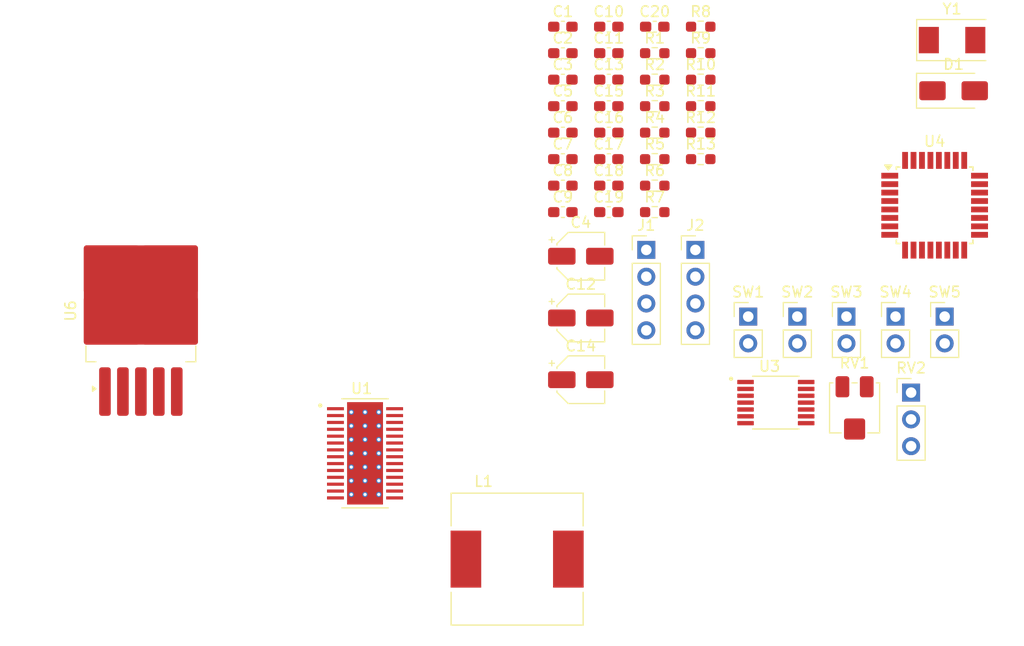
<source format=kicad_pcb>
(kicad_pcb (version 20240108) (generator "pcbnew") (generator_version "8.0")
  (layers (0 "F.Cu" signal) (31 "B.Cu" signal) (34 "B.Paste" user) (35 "F.Paste" user) (36 "B.SilkS" user "B.Silkscreen") (37 "F.SilkS" user "F.Silkscreen") (38 "B.Mask" user) (39 "F.Mask" user) (44 "Edge.Cuts" user))
  (net 0 "")
  (net 1 "Net-(U1-VCP)")
  (net 2 "/24V")
  (net 3 "GND")
  (net 4 "/3.3V")
  (net 5 "Net-(U1-CP1)")
  (net 6 "Net-(U1-CP2)")
  (net 7 "Net-(U4-XTAL1{slash}PB6)")
  (net 8 "Net-(U4-XTAL2{slash}PB7)")
  (net 9 "/5V")
  (net 10 "/1A")
  (net 11 "/2A")
  (net 12 "/4A")
  (net 13 "/5A")
  (net 14 "/3A")
  (net 15 "Net-(U4-AREF)")
  (net 16 "Net-(D1-K)")
  (net 17 "/SDA")
  (net 18 "/SCL")
  (net 19 "/A2")
  (net 20 "/B1")
  (net 21 "/A1")
  (net 22 "/B2")
  (net 23 "Net-(U1-ISENA)")
  (net 24 "Net-(U1-ISENB)")
  (net 25 "Net-(U4-~{RESET}{slash}PC6)")
  (net 26 "Net-(R4-Pad1)")
  (net 27 "Net-(R5-Pad1)")
  (net 28 "Net-(R8-Pad1)")
  (net 29 "Net-(R10-Pad1)")
  (net 30 "Net-(R12-Pad1)")
  (net 31 "Net-(U1-AVREF)")
  (net 33 "/POT")
  (net 34 "/STEP")
  (net 36 "/NSLEEP")
  (net 38 "/M2")
  (net 39 "/DIR")
  (net 40 "/M3")
  (net 41 "/NRESET")
  (net 42 "/M1")
  (net 46 "/PULSADOR1")
  (net 48 "/PULSADOR5")
  (net 50 "/PULSADOR3")
  (net 51 "/PULSADOR4")
  (net 52 "/PULSADOR2")
  (footprint "Capacitor_SMD:C_0603_1608Metric_Pad1.08x0.95mm_HandSolder" (layer "F.Cu") (at 88.98 95.3)
    (property "Reference" "C17" (at 0 -1.43 0) (layer "F.SilkS"))
    (property "Value" "C")
    (fp_line (start -0.146267 -0.51) (end 0.146267 -0.51) (stroke (width 0.12)) (layer "F.SilkS"))
    (fp_line (start -0.146267 0.51) (end 0.146267 0.51) (stroke (width 0.12)) (layer "F.SilkS"))
    (pad "1" smd roundrect (at -0.8625 0) (size 1.075 0.95) (layers "F.Cu" "F.Paste" "F.Mask") (net 3 "GND"))
    (pad "2" smd roundrect (at 0.8625 0) (size 1.075 0.95) (layers "F.Cu" "F.Paste" "F.Mask") (net 12 "/4A"))
  )
  (footprint "Resistor_SMD:R_0603_1608Metric_Pad0.98x0.95mm_HandSolder" (layer "F.Cu") (at 97.68 92.79)
    (property "Reference" "R12" (at 0 -1.43 0) (layer "F.SilkS"))
    (property "Value" "R")
    (fp_line (start -0.254724 -0.5225) (end 0.254724 -0.5225) (stroke (width 0.12)) (layer "F.SilkS"))
    (fp_line (start -0.254724 0.5225) (end 0.254724 0.5225) (stroke (width 0.12)) (layer "F.SilkS"))
    (pad "1" smd roundrect (at -0.9125 0) (size 0.975 0.95) (layers "F.Cu" "F.Paste" "F.Mask") (net 30 "Net-(R12-Pad1)"))
    (pad "2" smd roundrect (at 0.9125 0) (size 0.975 0.95) (layers "F.Cu" "F.Paste" "F.Mask") (net 3 "GND"))
  )
  (footprint "INDUCTOR_47uH:IND_SRR1240-470M" (layer "F.Cu") (at 80.3 133.2)
    (property "Reference" "L1" (at -3.175 -7.366 0) (layer "F.SilkS"))
    (property "Value" "47μH")
    (fp_line (start -6.25 -6.25) (end 6.25 -6.25) (stroke (width 0.127)) (layer "F.SilkS"))
    (fp_line (start -6.25 -3.15) (end -6.25 -6.25) (stroke (width 0.127)) (layer "F.SilkS"))
    (fp_line (start -6.25 6.25) (end -6.25 3.15) (stroke (width 0.127)) (layer "F.SilkS"))
    (fp_line (start 6.25 -6.25) (end 6.25 -3.15) (stroke (width 0.127)) (layer "F.SilkS"))
    (fp_line (start 6.25 3.15) (end 6.25 6.25) (stroke (width 0.127)) (layer "F.SilkS"))
    (fp_line (start 6.25 6.25) (end -6.25 6.25) (stroke (width 0.127)) (layer "F.SilkS"))
    (pad "1" smd rect (at -4.85 0) (size 2.9 5.4) (layers "F.Cu" "F.Paste" "F.Mask") (net 16 "Net-(D1-K)"))
    (pad "2" smd rect (at 4.85 0) (size 2.9 5.4) (layers "F.Cu" "F.Paste" "F.Mask") (net 9 "/5V"))
  )
  (footprint "Connector_PinHeader_2.54mm:PinHeader_1x02_P2.54mm_Vertical" (layer "F.Cu") (at 120.78 110.22)
    (property "Reference" "SW5" (at 0 -2.33 0) (layer "F.SilkS"))
    (property "Value" "SW_Push")
    (fp_line (start -1.33 -1.33) (end 0 -1.33) (stroke (width 0.12)) (layer "F.SilkS"))
    (fp_line (start -1.33 0) (end -1.33 -1.33) (stroke (width 0.12)) (layer "F.SilkS"))
    (fp_line (start -1.33 1.27) (end -1.33 3.87) (stroke (width 0.12)) (layer "F.SilkS"))
    (fp_line (start -1.33 1.27) (end 1.33 1.27) (stroke (width 0.12)) (layer "F.SilkS"))
    (fp_line (start -1.33 3.87) (end 1.33 3.87) (stroke (width 0.12)) (layer "F.SilkS"))
    (fp_line (start 1.33 1.27) (end 1.33 3.87) (stroke (width 0.12)) (layer "F.SilkS"))
    (pad "1" thru_hole rect (at 0 0) (size 1.7 1.7) (drill 1) (layers "*.Cu" "*.Mask") (net 30 "Net-(R12-Pad1)"))
    (pad "2" thru_hole oval (at 0 2.54) (size 1.7 1.7) (drill 1) (layers "*.Cu" "*.Mask") (net 9 "/5V"))
  )
  (footprint "Capacitor_SMD:C_0603_1608Metric_Pad1.08x0.95mm_HandSolder" (layer "F.Cu") (at 84.63 97.81)
    (property "Reference" "C8" (at 0 -1.43 0) (layer "F.SilkS"))
    (property "Value" "0.1uF")
    (fp_line (start -0.146267 -0.51) (end 0.146267 -0.51) (stroke (width 0.12)) (layer "F.SilkS"))
    (fp_line (start -0.146267 0.51) (end 0.146267 0.51) (stroke (width 0.12)) (layer "F.SilkS"))
    (pad "1" smd roundrect (at -0.8625 0) (size 1.075 0.95) (layers "F.Cu" "F.Paste" "F.Mask") (net 9 "/5V"))
    (pad "2" smd roundrect (at 0.8625 0) (size 1.075 0.95) (layers "F.Cu" "F.Paste" "F.Mask") (net 3 "GND"))
  )
  (footprint "Resistor_SMD:R_0603_1608Metric_Pad0.98x0.95mm_HandSolder" (layer "F.Cu") (at 97.68 87.77)
    (property "Reference" "R10" (at 0 -1.43 0) (layer "F.SilkS"))
    (property "Value" "R")
    (fp_line (start -0.254724 -0.5225) (end 0.254724 -0.5225) (stroke (width 0.12)) (layer "F.SilkS"))
    (fp_line (start -0.254724 0.5225) (end 0.254724 0.5225) (stroke (width 0.12)) (layer "F.SilkS"))
    (pad "1" smd roundrect (at -0.9125 0) (size 0.975 0.95) (layers "F.Cu" "F.Paste" "F.Mask") (net 29 "Net-(R10-Pad1)"))
    (pad "2" smd roundrect (at 0.9125 0) (size 0.975 0.95) (layers "F.Cu" "F.Paste" "F.Mask") (net 3 "GND"))
  )
  (footprint "Connector_PinHeader_2.54mm:PinHeader_1x02_P2.54mm_Vertical" (layer "F.Cu") (at 116.13 110.22)
    (property "Reference" "SW4" (at 0 -2.33 0) (layer "F.SilkS"))
    (property "Value" "SW_Push")
    (fp_line (start -1.33 -1.33) (end 0 -1.33) (stroke (width 0.12)) (layer "F.SilkS"))
    (fp_line (start -1.33 0) (end -1.33 -1.33) (stroke (width 0.12)) (layer "F.SilkS"))
    (fp_line (start -1.33 1.27) (end -1.33 3.87) (stroke (width 0.12)) (layer "F.SilkS"))
    (fp_line (start -1.33 1.27) (end 1.33 1.27) (stroke (width 0.12)) (layer "F.SilkS"))
    (fp_line (start -1.33 3.87) (end 1.33 3.87) (stroke (width 0.12)) (layer "F.SilkS"))
    (fp_line (start 1.33 1.27) (end 1.33 3.87) (stroke (width 0.12)) (layer "F.SilkS"))
    (pad "1" thru_hole rect (at 0 0) (size 1.7 1.7) (drill 1) (layers "*.Cu" "*.Mask") (net 29 "Net-(R10-Pad1)"))
    (pad "2" thru_hole oval (at 0 2.54) (size 1.7 1.7) (drill 1) (layers "*.Cu" "*.Mask") (net 9 "/5V"))
  )
  (footprint "Capacitor_SMD:C_0603_1608Metric_Pad1.08x0.95mm_HandSolder" (layer "F.Cu") (at 88.98 97.81)
    (property "Reference" "C18" (at 0 -1.43 0) (layer "F.SilkS"))
    (property "Value" "C")
    (fp_line (start -0.146267 -0.51) (end 0.146267 -0.51) (stroke (width 0.12)) (layer "F.SilkS"))
    (fp_line (start -0.146267 0.51) (end 0.146267 0.51) (stroke (width 0.12)) (layer "F.SilkS"))
    (pad "1" smd roundrect (at -0.8625 0) (size 1.075 0.95) (layers "F.Cu" "F.Paste" "F.Mask") (net 3 "GND"))
    (pad "2" smd roundrect (at 0.8625 0) (size 1.075 0.95) (layers "F.Cu" "F.Paste" "F.Mask") (net 13 "/5A"))
  )
  (footprint "Capacitor_SMD:C_0603_1608Metric_Pad1.08x0.95mm_HandSolder" (layer "F.Cu") (at 88.98 82.75)
    (property "Reference" "C10" (at 0 -1.43 0) (layer "F.SilkS"))
    (property "Value" "0.1uF")
    (fp_line (start -0.146267 -0.51) (end 0.146267 -0.51) (stroke (width 0.12)) (layer "F.SilkS"))
    (fp_line (start -0.146267 0.51) (end 0.146267 0.51) (stroke (width 0.12)) (layer "F.SilkS"))
    (pad "1" smd roundrect (at -0.8625 0) (size 1.075 0.95) (layers "F.Cu" "F.Paste" "F.Mask") (net 2 "/24V"))
    (pad "2" smd roundrect (at 0.8625 0) (size 1.075 0.95) (layers "F.Cu" "F.Paste" "F.Mask") (net 3 "GND"))
  )
  (footprint "Capacitor_SMD:C_0603_1608Metric_Pad1.08x0.95mm_HandSolder" (layer "F.Cu") (at 84.63 100.32)
    (property "Reference" "C9" (at 0 -1.43 0) (layer "F.SilkS"))
    (property "Value" "C")
    (fp_line (start -0.146267 -0.51) (end 0.146267 -0.51) (stroke (width 0.12)) (layer "F.SilkS"))
    (fp_line (start -0.146267 0.51) (end 0.146267 0.51) (stroke (width 0.12)) (layer "F.SilkS"))
    (pad "1" smd roundrect (at -0.8625 0) (size 1.075 0.95) (layers "F.Cu" "F.Paste" "F.Mask") (net 3 "GND"))
    (pad "2" smd roundrect (at 0.8625 0) (size 1.075 0.95) (layers "F.Cu" "F.Paste" "F.Mask") (net 10 "/1A"))
  )
  (footprint "Resistor_SMD:R_0603_1608Metric_Pad0.98x0.95mm_HandSolder" (layer "F.Cu") (at 97.68 90.28)
    (property "Reference" "R11" (at 0 -1.43 0) (layer "F.SilkS"))
    (property "Value" "R")
    (fp_line (start -0.254724 -0.5225) (end 0.254724 -0.5225) (stroke (width 0.12)) (layer "F.SilkS"))
    (fp_line (start -0.254724 0.5225) (end 0.254724 0.5225) (stroke (width 0.12)) (layer "F.SilkS"))
    (pad "1" smd roundrect (at -0.9125 0) (size 0.975 0.95) (layers "F.Cu" "F.Paste" "F.Mask") (net 29 "Net-(R10-Pad1)"))
    (pad "2" smd roundrect (at 0.9125 0) (size 0.975 0.95) (layers "F.Cu" "F.Paste" "F.Mask") (net 13 "/5A"))
  )
  (footprint "Connector_PinHeader_2.54mm:PinHeader_1x03_P2.54mm_Vertical" (layer "F.Cu") (at 117.6 117.42)
    (property "Reference" "RV2" (at 0 -2.33 0) (layer "F.SilkS"))
    (property "Value" "R_Potentiometer")
    (fp_line (start -1.33 -1.33) (end 0 -1.33) (stroke (width 0.12)) (layer "F.SilkS"))
    (fp_line (start -1.33 0) (end -1.33 -1.33) (stroke (width 0.12)) (layer "F.SilkS"))
    (fp_line (start -1.33 1.27) (end -1.33 6.41) (stroke (width 0.12)) (layer "F.SilkS"))
    (fp_line (start -1.33 1.27) (end 1.33 1.27) (stroke (width 0.12)) (layer "F.SilkS"))
    (fp_line (start -1.33 6.41) (end 1.33 6.41) (stroke (width 0.12)) (layer "F.SilkS"))
    (fp_line (start 1.33 1.27) (end 1.33 6.41) (stroke (width 0.12)) (layer "F.SilkS"))
    (pad "1" thru_hole rect (at 0 0) (size 1.7 1.7) (drill 1) (layers "*.Cu" "*.Mask") (net 3 "GND"))
    (pad "2" thru_hole oval (at 0 2.54) (size 1.7 1.7) (drill 1) (layers "*.Cu" "*.Mask") (net 33 "/POT"))
    (pad "3" thru_hole oval (at 0 5.08) (size 1.7 1.7) (drill 1) (layers "*.Cu" "*.Mask"))
  )
  (footprint "Crystal:Crystal_SMD_0603-2Pin_6.0x3.5mm" (layer "F.Cu") (at 121.48 84.02)
    (property "Reference" "Y1" (at 0 -2.95 0) (layer "F.SilkS"))
    (property "Value" "16  Mhz")
    (fp_line (start -3.35 -1.95) (end -3.35 1.95) (stroke (width 0.12)) (layer "F.SilkS"))
    (fp_line (start -3.35 1.95) (end 3.2 1.95) (stroke (width 0.12)) (layer "F.SilkS"))
    (fp_line (start 3.2 -1.95) (end -3.35 -1.95) (stroke (width 0.12)) (layer "F.SilkS"))
    (pad "1" smd rect (at -2.2 0) (size 1.9 2.5) (layers "F.Cu" "F.Paste" "F.Mask") (net 8 "Net-(U4-XTAL2{slash}PB7)"))
    (pad "2" smd rect (at 2.2 0) (size 1.9 2.5) (layers "F.Cu" "F.Paste" "F.Mask") (net 7 "Net-(U4-XTAL1{slash}PB6)"))
  )
  (footprint "Resistor_SMD:R_0603_1608Metric_Pad0.98x0.95mm_HandSolder" (layer "F.Cu") (at 93.33 100.32)
    (property "Reference" "R7" (at 0 -1.43 0) (layer "F.SilkS"))
    (property "Value" "R")
    (fp_line (start -0.254724 -0.5225) (end 0.254724 -0.5225) (stroke (width 0.12)) (layer "F.SilkS"))
    (fp_line (start -0.254724 0.5225) (end 0.254724 0.5225) (stroke (width 0.12)) (layer "F.SilkS"))
    (pad "1" smd roundrect (at -0.9125 0) (size 0.975 0.95) (layers "F.Cu" "F.Paste" "F.Mask") (net 26 "Net-(R4-Pad1)"))
    (pad "2" smd roundrect (at 0.9125 0) (size 0.975 0.95) (layers "F.Cu" "F.Paste" "F.Mask") (net 10 "/1A"))
  )
  (footprint "Connector_PinHeader_2.54mm:PinHeader_1x04_P2.54mm_Vertical" (layer "F.Cu") (at 92.53 103.9)
    (property "Reference" "J1" (at 0 -2.33 0) (layer "F.SilkS"))
    (property "Value" "Screw_Terminal_01x04")
    (fp_line (start -1.33 -1.33) (end 0 -1.33) (stroke (width 0.12)) (layer "F.SilkS"))
    (fp_line (start -1.33 0) (end -1.33 -1.33) (stroke (width 0.12)) (layer "F.SilkS"))
    (fp_line (start -1.33 1.27) (end -1.33 8.95) (stroke (width 0.12)) (layer "F.SilkS"))
    (fp_line (start -1.33 1.27) (end 1.33 1.27) (stroke (width 0.12)) (layer "F.SilkS"))
    (fp_line (start -1.33 8.95) (end 1.33 8.95) (stroke (width 0.12)) (layer "F.SilkS"))
    (fp_line (start 1.33 1.27) (end 1.33 8.95) (stroke (width 0.12)) (layer "F.SilkS"))
    (pad "1" thru_hole rect (at 0 0) (size 1.7 1.7) (drill 1) (layers "*.Cu" "*.Mask") (net 9 "/5V"))
    (pad "2" thru_hole oval (at 0 2.54) (size 1.7 1.7) (drill 1) (layers "*.Cu" "*.Mask") (net 18 "/SCL"))
    (pad "3" thru_hole oval (at 0 5.08) (size 1.7 1.7) (drill 1) (layers "*.Cu" "*.Mask") (net 17 "/SDA"))
    (pad "4" thru_hole oval (at 0 7.62) (size 1.7 1.7) (drill 1) (layers "*.Cu" "*.Mask") (net 3 "GND"))
  )
  (footprint "DRV8825:IC_TPS61196PWPRQ1" (layer "F.Cu") (at 65.9 123.175)
    (property "Reference" "U1" (at -0.325 -6.135 0) (layer "F.SilkS"))
    (property "Value" "DRV8825PWP")
    (fp_line (start -2.2 -5.17) (end 2.2 -5.17) (stroke (width 0.127)) (layer "F.SilkS"))
    (fp_line (start -2.2 5.17) (end 2.2 5.17) (stroke (width 0.127)) (layer "F.SilkS"))
    (fp_circle (center -4.24 -4.535) (end -4.14 -4.535) (stroke (width 0.2)) (fill none) (layer "F.SilkS"))
    (pad "1" smd rect (at -2.8 -4.225) (size 1.6 0.3) (layers "F.Cu") (net 5 "Net-(U1-CP1)"))
    (pad "2" smd rect (at -2.8 -3.575) (size 1.6 0.3) (layers "F.Cu") (net 6 "Net-(U1-CP2)"))
    (pad "3" smd rect (at -2.8 -2.925) (size 1.6 0.3) (layers "F.Cu") (net 1 "Net-(U1-VCP)"))
    (pad "4" smd rect (at -2.8 -2.275) (size 1.6 0.3) (layers "F.Cu") (net 2 "/24V"))
    (pad "5" smd rect (at -2.8 -1.625) (size 1.6 0.3) (layers "F.Cu") (net 21 "/A1"))
    (pad "6" smd rect (at -2.8 -0.975) (size 1.6 0.3) (layers "F.Cu") (net 23 "Net-(U1-ISENA)"))
    (pad "7" smd rect (at -2.8 -0.325) (size 1.6 0.3) (layers "F.Cu") (net 19 "/A2"))
    (pad "8" smd rect (at -2.8 0.325) (size 1.6 0.3) (layers "F.Cu") (net 22 "/B2"))
    (pad "9" smd rect (at -2.8 0.975) (size 1.6 0.3) (layers "F.Cu") (net 24 "Net-(U1-ISENB)"))
    (pad "10" smd rect (at -2.8 1.625) (size 1.6 0.3) (layers "F.Cu") (net 20 "/B1"))
    (pad "11" smd rect (at -2.8 2.275) (size 1.6 0.3) (layers "F.Cu") (net 2 "/24V"))
    (pad "12" smd rect (at -2.8 2.925) (size 1.6 0.3) (layers "F.Cu") (net 31 "Net-(U1-AVREF)"))
    (pad "13" smd rect (at -2.8 3.575) (size 1.6 0.3) (layers "F.Cu") (net 31 "Net-(U1-AVREF)"))
    (pad "14" smd rect (at -2.8 4.225) (size 1.6 0.3) (layers "F.Cu") (net 3 "GND"))
    (pad "15" smd rect (at 2.8 4.225) (size 1.6 0.3) (layers "F.Cu") (net 4 "/3.3V"))
    (pad "16" smd rect (at 2.8 3.575) (size 1.6 0.3) (layers "F.Cu") (net 41 "/NRESET"))
    (pad "17" smd rect (at 2.8 2.925) (size 1.6 0.3) (layers "F.Cu") (net 36 "/NSLEEP"))
    (pad "18" smd rect (at 2.8 2.275) (size 1.6 0.3) (layers "F.Cu"))
    (pad "19" smd rect (at 2.8 1.625) (size 1.6 0.3) (layers "F.Cu"))
    (pad "20" smd rect (at 2.8 0.975) (size 1.6 0.3) (layers "F.Cu") (net 39 "/DIR"))
    (pad "21" smd rect (at 2.8 0.325) (size 1.6 0.3) (layers "F.Cu"))
    (pad "22" smd rect (at 2.8 -0.325) (size 1.6 0.3) (layers "F.Cu") (net 34 "/STEP"))
    (pad "23" smd rect (at 2.8 -0.975) (size 1.6 0.3) (layers "F.Cu"))
    (pad "24" smd rect (at 2.8 -1.625) (size 1.6 0.3) (layers "F.Cu") (net 42 "/M1"))
    (pad "25" smd rect (at 2.8 -2.275) (size 1.6 0.3) (layers "F.Cu") (net 38 "/M2"))
    (pad "26" smd rect (at 2.8 -2.925) (size 1.6 0.3) (layers "F.Cu") (net 40 "/M3"))
    (pad "27" smd rect (at 2.8 -3.575) (size 1.6 0.3) (layers "F.Cu"))
    (pad "28" smd rect (at 2.8 -4.225) (size 1.6 0.3) (layers "F.Cu") (net 3 "GND"))
    (pad "29" smd rect (at 0 0) (size 3.4 9.7) (layers "F.Cu") (net 3 "GND"))
    (pad "30" thru_hole circle (at 0 0) (size 0.5 0.5) (drill 0.3) (layers "*.Cu") (net 3 "GND"))
    (pad "31" thru_hole circle (at 0 -1.3) (size 0.5 0.5) (drill 0.3) (layers "*.Cu") (net 3 "GND"))
    (pad "32" thru_hole circle (at 0 -2.6) (size 0.5 0.5) (drill 0.3) (layers "*.Cu") (net 3 "GND"))
    (pad "33" thru_hole circle (at 0 -3.9) (size 0.5 0.5) (drill 0.3) (layers "*.Cu") (net 3 "GND"))
    (pad "34" thru_hole circle (at 0 1.3) (size 0.5 0.5) (drill 0.3) (layers "*.Cu") (net 3 "GND"))
    (pad "35" thru_hole circle (at 0 2.6) (size 0.5 0.5) (drill 0.3) (layers "*.Cu") (net 3 "GND"))
    (pad "36" thru_hole circle (at 0 3.9) (size 0.5 0.5) (drill 0.3) (layers "*.Cu") (net 3 "GND"))
    (pad "37" thru_hole circle (at -1.3 -3.9) (size 0.5 0.5) (drill 0.3) (layers "*.Cu") (net 3 "GND"))
    (pad "38" thru_hole circle (at 1.3 -3.9) (size 0.5 0.5) (drill 0.3) (layers "*.Cu") (net 3 "GND"))
    (pad "39" thru_hole circle (at -1.3 -2.6) (size 0.5 0.5) (drill 0.3) (layers "*.Cu") (net 3 "GND"))
    (pad "40" thru_hole circle (at 1.3 -2.6) (size 0.5 0.5) (drill 0.3) (layers "*.Cu") (net 3 "GND"))
    (pad "41" thru_hole circle (at 1.3 -1.3) (size 0.5 0.5) (drill 0.3) (layers "*.Cu") (net 3 "GND"))
    (pad "42" thru_hole circle (at -1.3 -1.3) (size 0.5 0.5) (drill 0.3) (layers "*.Cu") (net 3 "GND"))
    (pad "43" thru_hole circle (at -1.3 0) (size 0.5 0.5) (drill 0.3) (layers "*.Cu") (net 3 "GND"))
    (pad "44" thru_hole circle (at 1.3 0) (size 0.5 0.5) (drill 0.3) (layers "*.Cu") (net 3 "GND"))
    (pad "45" thru_hole circle (at -1.3 1.3) (size 0.5 0.5) (drill 0.3) (layers "*.Cu") (net 3 "GND"))
    (pad "46" thru_hole circle (at 1.3 1.3) (size 0.5 0.5) (drill 0.3) (layers "*.Cu") (net 3 "GND"))
    (pad "47" thru_hole circle (at -1.3 2.6) (size 0.5 0.5) (drill 0.3) (layers "*.Cu") (net 3 "GND"))
    (pad "48" thru_hole circle (at 1.3 2.6) (size 0.5 0.5) (drill 0.3) (layers "*.Cu") (net 3 "GND"))
    (pad "49" thru_hole circle (at -1.3 3.9) (size 0.5 0.5) (drill 0.3) (layers "*.Cu") (net 3 "GND"))
    (pad "50" thru_hole circle (at 1.3 3.9) (size 0.5 0.5) (drill 0.3) (layers "*.Cu") (net 3 "GND"))
  )
  (footprint "Capacitor_SMD:CP_Elec_4x5.3" (layer "F.Cu") (at 86.33 104.5)
    (property "Reference" "C4" (at 0 -3.2 0) (layer "F.SilkS"))
    (property "Value" "100uF")
    (fp_line (start -3 -1.56) (end -2.5 -1.56) (stroke (width 0.12)) (layer "F.SilkS"))
    (fp_line (start -2.75 -1.81) (end -2.75 -1.31) (stroke (width 0.12)) (layer "F.SilkS"))
    (fp_line (start -2.26 -1.195563) (end -2.26 -1.06) (stroke (width 0.12)) (layer "F.SilkS"))
    (fp_line (start -2.26 -1.195563) (end -1.195563 -2.26) (stroke (width 0.12)) (layer "F.SilkS"))
    (fp_line (start -2.26 1.195563) (end -2.26 1.06) (stroke (width 0.12)) (layer "F.SilkS"))
    (fp_line (start -2.26 1.195563) (end -1.195563 2.26) (stroke (width 0.12)) (layer "F.SilkS"))
    (fp_line (start -1.195563 -2.26) (end 2.26 -2.26) (stroke (width 0.12)) (layer "F.SilkS"))
    (fp_line (start -1.195563 2.26) (end 2.26 2.26) (stroke (width 0.12)) (layer "F.SilkS"))
    (fp_line (start 2.26 -2.26) (end 2.26 -1.06) (stroke (width 0.12)) (layer "F.SilkS"))
    (fp_line (start 2.26 2.26) (end 2.26 1.06) (stroke (width 0.12)) (layer "F.SilkS"))
    (pad "1" smd roundrect (at -1.8 0) (size 2.6 1.6) (layers "F.Cu" "F.Paste" "F.Mask") (roundrect_rratio 0.15625) (net 2 "/24V"))
    (pad "2" smd roundrect (at 1.8 0) (size 2.6 1.6) (layers "F.Cu" "F.Paste" "F.Mask") (roundrect_rratio 0.15625) (net 3 "GND"))
  )
  (footprint "SN74HC14PWR:SOP65P640X120-14N" (layer "F.Cu") (at 104.795 118.37)
    (property "Reference" "U3" (at -0.595 -3.435 0) (layer "F.SilkS"))
    (property "Value" "SN74HC14PWR")
    (fp_line (start -2.2 -2.5) (end 2.2 -2.5) (stroke (width 0.127)) (layer "F.SilkS"))
    (fp_line (start -2.2 2.5) (end 2.2 2.5) (stroke (width 0.127)) (layer "F.SilkS"))
    (fp_circle (center -4.24 -2.26) (end -4.14 -2.26) (stroke (width 0.2)) (fill none) (layer "F.SilkS"))
    (pad "1" smd roundrect (at -2.87 -1.95) (size 1.57 0.41) (layers "F.Cu" "F.Paste" "F.Mask") (roundrect_rratio 0.125) (net 10 "/1A"))
    (pad "2" smd roundrect (at -2.87 -1.3) (size 1.57 0.41) (layers "F.Cu" "F.Paste" "F.Mask") (roundrect_rratio 0.125) (net 46 "/PULSADOR1"))
    (pad "3" smd roundrect (at -2.87 -0.65) (size 1.57 0.41) (layers "F.Cu" "F.Paste" "F.Mask") (roundrect_rratio 0.125) (net 11 "/2A"))
    (pad "4" smd roundrect (at -2.87 0) (size 1.57 0.41) (layers "F.Cu" "F.Paste" "F.Mask") (roundrect_rratio 0.125) (net 52 "/PULSADOR2"))
    (pad "5" smd roundrect (at -2.87 0.65) (size 1.57 0.41) (layers "F.Cu" "F.Paste" "F.Mask") (roundrect_rratio 0.125) (net 14 "/3A"))
    (pad "6" smd roundrect (at -2.87 1.3) (size 1.57 0.41) (layers "F.Cu" "F.Paste" "F.Mask") (roundrect_rratio 0.125) (net 50 "/PULSADOR3"))
    (pad "7" smd roundrect (at -2.87 1.95) (size 1.57 0.41) (layers "F.Cu" "F.Paste" "F.Mask") (roundrect_rratio 0.125))
    (pad "8" smd roundrect (at 2.87 1.95) (size 1.57 0.41) (layers "F.Cu" "F.Paste" "F.Mask") (roundrect_rratio 0.125) (net 51 "/PULSADOR4"))
    (pad "9" smd roundrect (at 2.87 1.3) (size 1.57 0.41) (layers "F.Cu" "F.Paste" "F.Mask") (roundrect_rratio 0.125) (net 12 "/4A"))
    (pad "10" smd roundrect (at 2.87 0.65) (size 1.57 0.41) (layers "F.Cu" "F.Paste" "F.Mask") (roundrect_rratio 0.125) (net 48 "/PULSADOR5"))
    (pad "11" smd roundrect (at 2.87 0) (size 1.57 0.41) (layers "F.Cu" "F.Paste" "F.Mask") (roundrect_rratio 0.125) (net 13 "/5A"))
    (pad "12" smd roundrect (at 2.87 -0.65) (size 1.57 0.41) (layers "F.Cu" "F.Paste" "F.Mask") (roundrect_rratio 0.125))
    (pad "13" smd roundrect (at 2.87 -1.3) (size 1.57 0.41) (layers "F.Cu" "F.Paste" "F.Mask") (roundrect_rratio 0.125))
    (pad "14" smd roundrect (at 2.87 -1.95) (size 1.57 0.41) (layers "F.Cu" "F.Paste" "F.Mask") (roundrect_rratio 0.125))
  )
  (footprint "Capacitor_SMD:C_0603_1608Metric_Pad1.08x0.95mm_HandSolder" (layer "F.Cu") (at 84.63 82.75)
    (property "Reference" "C1" (at 0 -1.43 0) (layer "F.SilkS"))
    (property "Value" "0.1uF")
    (fp_line (start -0.146267 -0.51) (end 0.146267 -0.51) (stroke (width 0.12)) (layer "F.SilkS"))
    (fp_line (start -0.146267 0.51) (end 0.146267 0.51) (stroke (width 0.12)) (layer "F.SilkS"))
    (pad "1" smd roundrect (at -0.8625 0) (size 1.075 0.95) (layers "F.Cu" "F.Paste" "F.Mask") (net 1 "Net-(U1-VCP)"))
    (pad "2" smd roundrect (at 0.8625 0) (size 1.075 0.95) (layers "F.Cu" "F.Paste" "F.Mask") (net 2 "/24V"))
  )
  (footprint "Potentiometer_SMD:Potentiometer_Bourns_3314J_Vertical" (layer "F.Cu") (at 112.25 118.87)
    (property "Reference" "RV1" (at 0 -4.25 0) (layer "F.SilkS"))
    (property "Value" "10k")
    (fp_line (start -2.37 -2.37) (end -2.37 2.37) (stroke (width 0.12)) (layer "F.SilkS"))
    (fp_line (start -2.37 -2.37) (end -2.06 -2.37) (stroke (width 0.12)) (layer "F.SilkS"))
    (fp_line (start -2.37 2.37) (end -1.27 2.37) (stroke (width 0.12)) (layer "F.SilkS"))
    (fp_line (start -0.24 -2.37) (end 0.24 -2.37) (stroke (width 0.12)) (layer "F.SilkS"))
    (fp_line (start 1.26 2.37) (end 2.37 2.37) (stroke (width 0.12)) (layer "F.SilkS"))
    (fp_line (start 2.06 -2.37) (end 2.37 -2.37) (stroke (width 0.12)) (layer "F.SilkS"))
    (fp_line (start 2.37 -2.37) (end 2.37 2.37) (stroke (width 0.12)) (layer "F.SilkS"))
    (pad "1" smd roundrect (at -1.15 -2) (size 1.3 2) (layers "F.Cu" "F.Paste" "F.Mask") (roundrect_rratio 0.1923076923) (net 4 "/3.3V"))
    (pad "2" smd roundrect (at 0 2) (size 2 2) (layers "F.Cu" "F.Paste" "F.Mask") (roundrect_rratio 0.125) (net 31 "Net-(U1-AVREF)"))
    (pad "3" smd roundrect (at 1.15 -2) (size 1.3 2) (layers "F.Cu" "F.Paste" "F.Mask") (roundrect_rratio 0.1923076923) (net 3 "GND"))
  )
  (footprint "Capacitor_SMD:C_0603_1608Metric_Pad1.08x0.95mm_HandSolder" (layer "F.Cu") (at 88.98 90.28)
    (property "Reference" "C15" (at 0 -1.43 0) (layer "F.SilkS"))
    (property "Value" "0.1μF")
    (fp_line (start -0.146267 -0.51) (end 0.146267 -0.51) (stroke (width 0.12)) (layer "F.SilkS"))
    (fp_line (start -0.146267 0.51) (end 0.146267 0.51) (stroke (width 0.12)) (layer "F.SilkS"))
    (pad "1" smd roundrect (at -0.8625 0) (size 1.075 0.95) (layers "F.Cu" "F.Paste" "F.Mask") (net 9 "/5V"))
    (pad "2" smd roundrect (at 0.8625 0) (size 1.075 0.95) (layers "F.Cu" "F.Paste" "F.Mask") (net 3 "GND"))
  )
  (footprint "Capacitor_SMD:C_0603_1608Metric_Pad1.08x0.95mm_HandSolder" (layer "F.Cu") (at 88.98 85.26)
    (property "Reference" "C11" (at 0 -1.43 0) (layer "F.SilkS"))
    (property "Value" "C")
    (fp_line (start -0.146267 -0.51) (end 0.146267 -0.51) (stroke (width 0.12)) (layer "F.SilkS"))
    (fp_line (start -0.146267 0.51) (end 0.146267 0.51) (stroke (width 0.12)) (layer "F.SilkS"))
    (pad "1" smd roundrect (at -0.8625 0) (size 1.075 0.95) (layers "F.Cu" "F.Paste" "F.Mask") (net 3 "GND"))
    (pad "2" smd roundrect (at 0.8625 0) (size 1.075 0.95) (layers "F.Cu" "F.Paste" "F.Mask") (net 11 "/2A"))
  )
  (footprint "Connector_PinHeader_2.54mm:PinHeader_1x04_P2.54mm_Vertical" (layer "F.Cu") (at 97.18 103.9)
    (property "Reference" "J2" (at 0 -2.33 0) (layer "F.SilkS"))
    (property "Value" "Screw_Terminal_01x04")
    (fp_line (start -1.33 -1.33) (end 0 -1.33) (stroke (width 0.12)) (layer "F.SilkS"))
    (fp_line (start -1.33 0) (end -1.33 -1.33) (stroke (width 0.12)) (layer "F.SilkS"))
    (fp_line (start -1.33 1.27) (end -1.33 8.95) (stroke (width 0.12)) (layer "F.SilkS"))
    (fp_line (start -1.33 1.27) (end 1.33 1.27) (stroke (width 0.12)) (layer "F.SilkS"))
    (fp_line (start -1.33 8.95) (end 1.33 8.95) (stroke (width 0.12)) (layer "F.SilkS"))
    (fp_line (start 1.33 1.27) (end 1.33 8.95) (stroke (width 0.12)) (layer "F.SilkS"))
    (pad "1" thru_hole rect (at 0 0) (size 1.7 1.7) (drill 1) (layers "*.Cu" "*.Mask") (net 22 "/B2"))
    (pad "2" thru_hole oval (at 0 2.54) (size 1.7 1.7) (drill 1) (layers "*.Cu" "*.Mask") (net 20 "/B1"))
    (pad "3" thru_hole oval (at 0 5.08) (size 1.7 1.7) (drill 1) (layers "*.Cu" "*.Mask") (net 19 "/A2"))
    (pad "4" thru_hole oval (at 0 7.62) (size 1.7 1.7) (drill 1) (layers "*.Cu" "*.Mask") (net 21 "/A1"))
  )
  (footprint "Resistor_SMD:R_0603_1608Metric_Pad0.98x0.95mm_HandSolder" (layer "F.Cu") (at 93.33 97.81)
    (property "Reference" "R6" (at 0 -1.43 0) (layer "F.SilkS"))
    (property "Value" "R")
    (fp_line (start -0.254724 -0.5225) (end 0.254724 -0.5225) (stroke (width 0.12)) (layer "F.SilkS"))
    (fp_line (start -0.254724 0.5225) (end 0.254724 0.5225) (stroke (width 0.12)) (layer "F.SilkS"))
    (pad "1" smd roundrect (at -0.9125 0) (size 0.975 0.95) (layers "F.Cu" "F.Paste" "F.Mask") (net 27 "Net-(R5-Pad1)"))
    (pad "2" smd roundrect (at 0.9125 0) (size 0.975 0.95) (layers "F.Cu" "F.Paste" "F.Mask") (net 12 "/4A"))
  )
  (footprint "Capacitor_SMD:C_0603_1608Metric_Pad1.08x0.95mm_HandSolder" (layer "F.Cu") (at 84.63 95.3)
    (property "Reference" "C7" (at 0 -1.43 0) (layer "F.SilkS"))
    (property "Value" "0.1uF")
    (fp_line (start -0.146267 -0.51) (end 0.146267 -0.51) (stroke (width 0.12)) (layer "F.SilkS"))
    (fp_line (start -0.146267 0.51) (end 0.146267 0.51) (stroke (width 0.12)) (layer "F.SilkS"))
    (pad "1" smd roundrect (at -0.8625 0) (size 1.075 0.95) (layers "F.Cu" "F.Paste" "F.Mask") (net 3 "GND"))
    (pad "2" smd roundrect (at 0.8625 0) (size 1.075 0.95) (layers "F.Cu" "F.Paste" "F.Mask") (net 9 "/5V"))
  )
  (footprint "Capacitor_SMD:C_0603_1608Metric_Pad1.08x0.95mm_HandSolder" (layer "F.Cu") (at 84.63 87.77)
    (property "Reference" "C3" (at 0 -1.43 0) (layer "F.SilkS"))
    (property "Value" "10nF")
    (fp_line (start -0.146267 -0.51) (end 0.146267 -0.51) (stroke (width 0.12)) (layer "F.SilkS"))
    (fp_line (start -0.146267 0.51) (end 0.146267 0.51) (stroke (width 0.12)) (layer "F.SilkS"))
    (pad "1" smd roundrect (at -0.8625 0) (size 1.075 0.95) (layers "F.Cu" "F.Paste" "F.Mask") (net 6 "Net-(U1-CP2)"))
    (pad "2" smd roundrect (at 0.8625 0) (size 1.075 0.95) (layers "F.Cu" "F.Paste" "F.Mask") (net 5 "Net-(U1-CP1)"))
  )
  (footprint "Capacitor_SMD:C_0603_1608Metric_Pad1.08x0.95mm_HandSolder" (layer "F.Cu") (at 88.98 92.79)
    (property "Reference" "C16" (at 0 -1.43 0) (layer "F.SilkS"))
    (property "Value" "0.1uF")
    (fp_line (start -0.146267 -0.51) (end 0.146267 -0.51) (stroke (width 0.12)) (layer "F.SilkS"))
    (fp_line (start -0.146267 0.51) (end 0.146267 0.51) (stroke (width 0.12)) (layer "F.SilkS"))
    (pad "1" smd roundrect (at -0.8625 0) (size 1.075 0.95) (layers "F.Cu" "F.Paste" "F.Mask") (net 2 "/24V"))
    (pad "2" smd roundrect (at 0.8625 0) (size 1.075 0.95) (layers "F.Cu" "F.Paste" "F.Mask") (net 3 "GND"))
  )
  (footprint "Capacitor_SMD:CP_Elec_4x5.3" (layer "F.Cu") (at 86.33 110.35)
    (property "Reference" "C12" (at 0 -3.2 0) (layer "F.SilkS"))
    (property "Value" "470μF")
    (fp_line (start -3 -1.56) (end -2.5 -1.56) (stroke (width 0.12)) (layer "F.SilkS"))
    (fp_line (start -2.75 -1.81) (end -2.75 -1.31) (stroke (width 0.12)) (layer "F.SilkS"))
    (fp_line (start -2.26 -1.195563) (end -2.26 -1.06) (stroke (width 0.12)) (layer "F.SilkS"))
    (fp_line (start -2.26 -1.195563) (end -1.195563 -2.26) (stroke (width 0.12)) (layer "F.SilkS"))
    (fp_line (start -2.26 1.195563) (end -2.26 1.06) (stroke (width 0.12)) (layer "F.SilkS"))
    (fp_line (start -2.26 1.195563) (end -1.195563 2.26) (stroke (width 0.12)) (layer "F.SilkS"))
    (fp_line (start -1.195563 -2.26) (end 2.26 -2.26) (stroke (width 0.12)) (layer "F.SilkS"))
    (fp_line (start -1.195563 2.26) (end 2.26 2.26) (stroke (width 0.12)) (layer "F.SilkS"))
    (fp_line (start 2.26 -2.26) (end 2.26 -1.06) (stroke (width 0.12)) (layer "F.SilkS"))
    (fp_line (start 2.26 2.26) (end 2.26 1.06) (stroke (width 0.12)) (layer "F.SilkS"))
    (pad "1" smd roundrect (at -1.8 0) (size 2.6 1.6) (layers "F.Cu" "F.Paste" "F.Mask") (roundrect_rratio 0.15625) (net 2 "/24V"))
    (pad "2" smd roundrect (at 1.8 0) (size 2.6 1.6) (layers "F.Cu" "F.Paste" "F.Mask") (roundrect_rratio 0.15625) (net 3 "GND"))
  )
  (footprint "Connector_PinHeader_2.54mm:PinHeader_1x02_P2.54mm_Vertical" (layer "F.Cu") (at 102.18 110.22)
    (property "Reference" "SW1" (at 0 -2.33 0) (layer "F.SilkS"))
    (property "Value" "SW_Push")
    (fp_line (start -1.33 -1.33) (end 0 -1.33) (stroke (width 0.12)) (layer "F.SilkS"))
    (fp_line (start -1.33 0) (end -1.33 -1.33) (stroke (width 0.12)) (layer "F.SilkS"))
    (fp_line (start -1.33 1.27) (end -1.33 3.87) (stroke (width 0.12)) (layer "F.SilkS"))
    (fp_line (start -1.33 1.27) (end 1.33 1.27) (stroke (width 0.12)) (layer "F.SilkS"))
    (fp_line (start -1.33 3.87) (end 1.33 3.87) (stroke (width 0.12)) (layer "F.SilkS"))
    (fp_line (start 1.33 1.27) (end 1.33 3.87) (stroke (width 0.12)) (layer "F.SilkS"))
    (pad "1" thru_hole rect (at 0 0) (size 1.7 1.7) (drill 1) (layers "*.Cu" "*.Mask") (net 26 "Net-(R4-Pad1)"))
    (pad "2" thru_hole oval (at 0 2.54) (size 1.7 1.7) (drill 1) (layers "*.Cu" "*.Mask") (net 9 "/5V"))
  )
  (footprint "Capacitor_SMD:C_0603_1608Metric_Pad1.08x0.95mm_HandSolder" (layer "F.Cu") (at 88.98 100.32)
    (property "Reference" "C19" (at 0 -1.43 0) (layer "F.SilkS"))
    (property "Value" "C")
    (fp_line (start -0.146267 -0.51) (end 0.146267 -0.51) (stroke (width 0.12)) (layer "F.SilkS"))
    (fp_line (start -0.146267 0.51) (end 0.146267 0.51) (stroke (width 0.12)) (layer "F.SilkS"))
    (pad "1" smd roundrect (at -0.8625 0) (size 1.075 0.95) (layers "F.Cu" "F.Paste" "F.Mask") (net 3 "GND"))
    (pad "2" smd roundrect (at 0.8625 0) (size 1.075 0.95) (layers "F.Cu" "F.Paste" "F.Mask") (net 14 "/3A"))
  )
  (footprint "Package_QFP:TQFP-32_7x7mm_P0.8mm" (layer "F.Cu") (at 119.83 99.67)
    (property "Reference" "U4" (at 0 -6.05 0) (layer "F.SilkS"))
    (property "Value" "ATmega328PB-A")
    (fp_line (start -3.625 -3.625) (end -3.625 -3.4) (stroke (width 0.15)) (layer "F.SilkS"))
    (fp_line (start -3.625 -3.625) (end -3.3 -3.625) (stroke (width 0.15)) (layer "F.SilkS"))
    (fp_line (start -3.625 3.625) (end -3.625 3.3) (stroke (width 0.15)) (layer "F.SilkS"))
    (fp_line (start -3.625 3.625) (end -3.3 3.625) (stroke (width 0.15)) (layer "F.SilkS"))
    (fp_line (start 3.625 -3.625) (end 3.3 -3.625) (stroke (width 0.15)) (layer "F.SilkS"))
    (fp_line (start 3.625 -3.625) (end 3.625 -3.3) (stroke (width 0.15)) (layer "F.SilkS"))
    (fp_line (start 3.625 3.625) (end 3.3 3.625) (stroke (width 0.15)) (layer "F.SilkS"))
    (fp_line (start 3.625 3.625) (end 3.625 3.3) (stroke (width 0.15)) (layer "F.SilkS"))
    (fp_poly (pts (xy -4.39 -3.34) (xy -4.73 -3.81) (xy -4.05 -3.81) (xy -4.39 -3.34)) (stroke (width 0.12)) (fill solid) (layer "F.SilkS"))
    (pad "1" smd rect (at -4.25 -2.8) (size 1.6 0.55) (layers "F.Cu" "F.Paste" "F.Mask") (net 34 "/STEP"))
    (pad "2" smd rect (at -4.25 -2) (size 1.6 0.55) (layers "F.Cu" "F.Paste" "F.Mask"))
    (pad "3" smd rect (at -4.25 -1.2) (size 1.6 0.55) (layers "F.Cu" "F.Paste" "F.Mask"))
    (pad "4" smd rect (at -4.25 -0.4) (size 1.6 0.55) (layers "F.Cu" "F.Paste" "F.Mask") (net 9 "/5V"))
    (pad "5" smd rect (at -4.25 0.4) (size 1.6 0.55) (layers "F.Cu" "F.Paste" "F.Mask") (net 3 "GND"))
    (pad "6" smd rect (at -4.25 1.2) (size 1.6 0.55) (layers "F.Cu" "F.Paste" "F.Mask"))
    (pad "7" smd rect (at -4.25 2) (size 1.6 0.55) (layers "F.Cu" "F.Paste" "F.Mask") (net 7 "Net-(U4-XTAL1{slash}PB6)"))
    (pad "8" smd rect (at -4.25 2.8) (size 1.6 0.55) (layers "F.Cu" "F.Paste" "F.Mask") (net 8 "Net-(U4-XTAL2{slash}PB7)"))
    (pad "9" smd rect (at -2.8 4.25 90) (size 1.6 0.55) (layers "F.Cu" "F.Paste" "F.Mask"))
    (pad "10" smd rect (at -2 4.25 90) (size 1.6 0.55) (layers "F.Cu" "F.Paste" "F.Mask"))
    (pad "11" smd rect (at -1.2 4.25 90) (size 1.6 0.55) (layers "F.Cu" "F.Paste" "F.Mask"))
    (pad "12" smd rect (at -0.4 4.25 90) (size 1.6 0.55) (layers "F.Cu" "F.Paste" "F.Mask"))
    (pad "13" smd rect (at 0.4 4.25 90) (size 1.6 0.55) (layers "F.Cu" "F.Paste" "F.Mask") (net 39 "/DIR"))
    (pad "14" smd rect (at 1.2 4.25 90) (size 1.6 0.55) (layers "F.Cu" "F.Paste" "F.Mask") (net 38 "/M2"))
    (pad "15" smd rect (at 2 4.25 90) (size 1.6 0.55) (layers "F.Cu" "F.Paste" "F.Mask") (net 46 "/PULSADOR1"))
    (pad "16" smd rect (at 2.8 4.25 90) (size 1.6 0.55) (layers "F.Cu" "F.Paste" "F.Mask") (net 36 "/NSLEEP"))
    (pad "17" smd rect (at 4.25 2.8) (size 1.6 0.55) (layers "F.Cu" "F.Paste" "F.Mask") (net 52 "/PULSADOR2"))
    (pad "18" smd rect (at 4.25 2) (size 1.6 0.55) (layers "F.Cu" "F.Paste" "F.Mask") (net 9 "/5V"))
    (pad "19" smd rect (at 4.25 1.2) (size 1.6 0.55) (layers "F.Cu" "F.Paste" "F.Mask"))
    (pad "20" smd rect (at 4.25 0.4) (size 1.6 0.55) (layers "F.Cu" "F.Paste" "F.Mask") (net 15 "Net-(U4-AREF)"))
    (pad "21" smd rect (at 4.25 -0.4) (size 1.6 0.55) (layers "F.Cu" "F.Paste" "F.Mask") (net 3 "GND"))
    (pad "22" smd rect (at 4.25 -1.2) (size 1.6 0.55) (layers "F.Cu" "F.Paste" "F.Mask"))
    (pad "23" smd rect (at 4.25 -2) (size 1.6 0.55) (layers "F.Cu" "F.Paste" "F.Mask") (net 51 "/PULSADOR4"))
    (pad "24" smd rect (at 4.25 -2.8) (size 1.6 0.55) (layers "F.Cu" "F.Paste" "F.Mask") (net 48 "/PULSADOR5"))
    (pad "25" smd rect (at 2.8 -4.25 90) (size 1.6 0.55) (layers "F.Cu" "F.Paste" "F.Mask"))
    (pad "26" smd rect (at 2 -4.25 90) (size 1.6 0.55) (layers "F.Cu" "F.Paste" "F.Mask") (net 33 "/POT"))
    (pad "27" smd rect (at 1.2 -4.25 90) (size 1.6 0.55) (layers "F.Cu" "F.Paste" "F.Mask") (net 17 "/SDA"))
    (pad "28" smd rect (at 0.4 -4.25 90) (size 1.6 0.55) (layers "F.Cu" "F.Paste" "F.Mask") (net 18 "/SCL"))
    (pad "29" smd rect (at -0.4 -4.25 90) (size 1.6 0.55) (layers "F.Cu" "F.Paste" "F.Mask") (net 25 "Net-(U4-~{RESET}{slash}PC6)"))
    (pad "30" smd rect (at -1.2 -4.25 90) (size 1.6 0.55) (layers "F.Cu" "F.Paste" "F.Mask"))
    (pad "31" smd rect (at -2 -4.25 90) (size 1.6 0.55) (layers "F.Cu" "F.Paste" "F.Mask") (net 50 "/PULSADOR3"))
    (pad "32" smd rect (at -2.8 -4.25 90) (size 1.6 0.55) (layers "F.Cu" "F.Paste" "F.Mask"))
  )
  (footprint "Resistor_SMD:R_0603_1608Metric_Pad0.98x0.95mm_HandSolder" (layer "F.Cu") (at 93.33 95.3)
    (property "Reference" "R5" (at 0 -1.43 0) (layer "F.SilkS"))
    (property "Value" "R")
    (fp_line (start -0.254724 -0.5225) (end 0.254724 -0.5225) (stroke (width 0.12)) (layer "F.SilkS"))
    (fp_line (start -0.254724 0.5225) (end 0.254724 0.5225) (stroke (width 0.12)) (layer "F.SilkS"))
    (pad "1" smd roundrect (at -0.9125 0) (size 0.975 0.95) (layers "F.Cu" "F.Paste" "F.Mask") (net 27 "Net-(R5-Pad1)"))
    (pad "2" smd roundrect (at 0.9125 0) (size 0.975 0.95) (layers "F.Cu" "F.Paste" "F.Mask") (net 3 "GND"))
  )
  (footprint "Diode_SMD:D_SMA" (layer "F.Cu") (at 121.625 88.82)
    (property "Reference" "D1" (at 0 -2.5 0) (layer "F.SilkS"))
    (property "Value" "D_Schottky_Small")
    (fp_line (start -3.51 -1.65) (end -3.51 1.65) (stroke (width 0.12)) (layer "F.SilkS"))
    (fp_line (start -3.51 -1.65) (end 2 -1.65) (stroke (width 0.12)) (layer "F.SilkS"))
    (fp_line (start -3.51 1.65) (end 2 1.65) (stroke (width 0.12)) (layer "F.SilkS"))
    (pad "1" smd roundrect (at -2 0) (size 2.5 1.8) (layers "F.Cu" "F.Paste" "F.Mask") (roundrect_rratio 0.1388888889) (net 16 "Net-(D1-K)"))
    (pad "2" smd roundrect (at 2 0) (size 2.5 1.8) (layers "F.Cu" "F.Paste" "F.Mask") (roundrect_rratio 0.1388888889) (net 3 "GND"))
  )
  (footprint "Capacitor_SMD:C_0603_1608Metric_Pad1.08x0.95mm_HandSolder" (layer "F.Cu") (at 84.63 90.28)
    (property "Reference" "C5" (at 0 -1.43 0) (layer "F.SilkS"))
    (property "Value" "22pF")
    (fp_line (start -0.146267 -0.51) (end 0.146267 -0.51) (stroke (width 0.12)) (layer "F.SilkS"))
    (fp_line (start -0.146267 0.51) (end 0.146267 0.51) (stroke (width 0.12)) (layer "F.SilkS"))
    (pad "1" smd roundrect (at -0.8625 0) (size 1.075 0.95) (layers "F.Cu" "F.Paste" "F.Mask") (net 7 "Net-(U4-XTAL1{slash}PB6)"))
    (pad "2" smd roundrect (at 0.8625 0) (size 1.075 0.95) (layers "F.Cu" "F.Paste" "F.Mask") (net 3 "GND"))
  )
  (footprint "Capacitor_SMD:CP_Elec_4x5.3" (layer "F.Cu") (at 86.33 116.2)
    (property "Reference" "C14" (at 0 -3.2 0) (layer "F.SilkS"))
    (property "Value" "470μF")
    (fp_line (start -3 -1.56) (end -2.5 -1.56) (stroke (width 0.12)) (layer "F.SilkS"))
    (fp_line (start -2.75 -1.81) (end -2.75 -1.31) (stroke (width 0.12)) (layer "F.SilkS"))
    (fp_line (start -2.26 -1.195563) (end -2.26 -1.06) (stroke (width 0.12)) (layer "F.SilkS"))
    (fp_line (start -2.26 -1.195563) (end -1.195563 -2.26) (stroke (width 0.12)) (layer "F.SilkS"))
    (fp_line (start -2.26 1.195563) (end -2.26 1.06) (stroke (width 0.12)) (layer "F.SilkS"))
    (fp_line (start -2.26 1.195563) (end -1.195563 2.26) (stroke (width 0.12)) (layer "F.SilkS"))
    (fp_line (start -1.195563 -2.26) (end 2.26 -2.26) (stroke (width 0.12)) (layer "F.SilkS"))
    (fp_line (start -1.195563 2.26) (end 2.26 2.26) (stroke (width 0.12)) (layer "F.SilkS"))
    (fp_line (start 2.26 -2.26) (end 2.26 -1.06) (stroke (width 0.12)) (layer "F.SilkS"))
    (fp_line (start 2.26 2.26) (end 2.26 1.06) (stroke (width 0.12)) (layer "F.SilkS"))
    (pad "1" smd roundrect (at -1.8 0) (size 2.6 1.6) (layers "F.Cu" "F.Paste" "F.Mask") (roundrect_rratio 0.15625) (net 9 "/5V"))
    (pad "2" smd roundrect (at 1.8 0) (size 2.6 1.6) (layers "F.Cu" "F.Paste" "F.Mask") (roundrect_rratio 0.15625) (net 3 "GND"))
  )
  (footprint "Capacitor_SMD:C_0603_1608Metric_Pad1.08x0.95mm_HandSolder" (layer "F.Cu") (at 88.98 87.77)
    (property "Reference" "C13" (at 0 -1.43 0) (layer "F.SilkS"))
    (property "Value" "0.1μF")
    (fp_line (start -0.146267 -0.51) (end 0.146267 -0.51) (stroke (width 0.12)) (layer "F.SilkS"))
    (fp_line (start -0.146267 0.51) (end 0.146267 0.51) (stroke (width 0.12)) (layer "F.SilkS"))
    (pad "1" smd roundrect (at -0.8625 0) (size 1.075 0.95) (layers "F.Cu" "F.Paste" "F.Mask") (net 2 "/24V"))
    (pad "2" smd roundrect (at 0.8625 0) (size 1.075 0.95) (layers "F.Cu" "F.Paste" "F.Mask") (net 3 "GND"))
  )
  (footprint "Resistor_SMD:R_0603_1608Metric_Pad0.98x0.95mm_HandSolder" (layer "F.Cu") (at 93.33 87.77)
    (property "Reference" "R2" (at 0 -1.43 0) (layer "F.SilkS"))
    (property "Value" "0.10")
    (fp_line (start -0.254724 -0.5225) (end 0.254724 -0.5225) (stroke (width 0.12)) (layer "F.SilkS"))
    (fp_line (start -0.254724 0.5225) (end 0.254724 0.5225) (stroke (width 0.12)) (layer "F.SilkS"))
    (pad "1" smd roundrect (at -0.9125 0) (size 0.975 0.95) (layers "F.Cu" "F.Paste" "F.Mask") (net 24 "Net-(U1-ISENB)"))
    (pad "2" smd roundrect (at 0.9125 0) (size 0.975 0.95) (layers "F.Cu" "F.Paste" "F.Mask") (net 3 "GND"))
  )
  (footprint "Connector_PinHeader_2.54mm:PinHeader_1x02_P2.54mm_Vertical" (layer "F.Cu") (at 106.83 110.22)
    (property "Reference" "SW2" (at 0 -2.33 0) (layer "F.SilkS"))
    (property "Value" "SW_Push")
    (fp_line (start -1.33 -1.33) (end 0 -1.33) (stroke (width 0.12)) (layer "F.SilkS"))
    (fp_line (start -1.33 0) (end -1.33 -1.33) (stroke (width 0.12)) (layer "F.SilkS"))
    (fp_line (start -1.33 1.27) (end -1.33 3.87) (stroke (width 0.12)) (layer "F.SilkS"))
    (fp_line (start -1.33 1.27) (end 1.33 1.27) (stroke (width 0.12)) (layer "F.SilkS"))
    (fp_line (start -1.33 3.87) (end 1.33 3.87) (stroke (width 0.12)) (layer "F.SilkS"))
    (fp_line (start 1.33 1.27) (end 1.33 3.87) (stroke (width 0.12)) (layer "F.SilkS"))
    (pad "1" thru_hole rect (at 0 0) (size 1.7 1.7) (drill 1) (layers "*.Cu" "*.Mask") (net 27 "Net-(R5-Pad1)"))
    (pad "2" thru_hole oval (at 0 2.54) (size 1.7 1.7) (drill 1) (layers "*.Cu" "*.Mask") (net 9 "/5V"))
  )
  (footprint "Capacitor_SMD:C_0603_1608Metric_Pad1.08x0.95mm_HandSolder" (layer "F.Cu") (at 93.33 82.75)
    (property "Reference" "C20" (at 0 -1.43 0) (layer "F.SilkS"))
    (property "Value" "0.1uF")
    (fp_line (start -0.146267 -0.51) (end 0.146267 -0.51) (stroke (width 0.12)) (layer "F.SilkS"))
    (fp_line (start -0.146267 0.51) (end 0.146267 0.51) (stroke (width 0.12)) (layer "F.SilkS"))
    (pad "1" smd roundrect (at -0.8625 0) (size 1.075 0.95) (layers "F.Cu" "F.Paste" "F.Mask") (net 3 "GND"))
    (pad "2" smd roundrect (at 0.8625 0) (size 1.075 0.95) (layers "F.Cu" "F.Paste" "F.Mask") (net 15 "Net-(U4-AREF)"))
  )
  (footprint "Connector_PinHeader_2.54mm:PinHeader_1x02_P2.54mm_Vertical" (layer "F.Cu") (at 111.48 110.22)
    (property "Reference" "SW3" (at 0 -2.33 0) (layer "F.SilkS"))
    (property "Value" "SW_Push")
    (fp_line (start -1.33 -1.33) (end 0 -1.33) (stroke (width 0.12)) (layer "F.SilkS"))
    (fp_line (start -1.33 0) (end -1.33 -1.33) (stroke (width 0.12)) (layer "F.SilkS"))
    (fp_line (start -1.33 1.27) (end -1.33 3.87) (stroke (width 0.12)) (layer "F.SilkS"))
    (fp_line (start -1.33 1.27) (end 1.33 1.27) (stroke (width 0.12)) (layer "F.SilkS"))
    (fp_line (start -1.33 3.87) (end 1.33 3.87) (stroke (width 0.12)) (layer "F.SilkS"))
    (fp_line (start 1.33 1.27) (end 1.33 3.87) (stroke (width 0.12)) (layer "F.SilkS"))
    (pad "1" thru_hole rect (at 0 0) (size 1.7 1.7) (drill 1) (layers "*.Cu" "*.Mask") (net 28 "Net-(R8-Pad1)"))
    (pad "2" thru_hole oval (at 0 2.54) (size 1.7 1.7) (drill 1) (layers "*.Cu" "*.Mask") (net 9 "/5V"))
  )
  (footprint "Resistor_SMD:R_0603_1608Metric_Pad0.98x0.95mm_HandSolder" (layer "F.Cu") (at 97.68 82.75)
    (property "Reference" "R8" (at 0 -1.43 0) (layer "F.SilkS"))
    (property "Value" "R")
    (fp_line (start -0.254724 -0.5225) (end 0.254724 -0.5225) (stroke (width 0.12)) (layer "F.SilkS"))
    (fp_line (start -0.254724 0.5225) (end 0.254724 0.5225) (stroke (width 0.12)) (layer "F.SilkS"))
    (pad "1" smd roundrect (at -0.9125 0) (size 0.975 0.95) (layers "F.Cu" "F.Paste" "F.Mask") (net 28 "Net-(R8-Pad1)"))
    (pad "2" smd roundrect (at 0.9125 0) (size 0.975 0.95) (layers "F.Cu" "F.Paste" "F.Mask") (net 3 "GND"))
  )
  (footprint "Resistor_SMD:R_0603_1608Metric_Pad0.98x0.95mm_HandSolder" (layer "F.Cu") (at 93.33 90.28)
    (property "Reference" "R3" (at 0 -1.43 0) (layer "F.SilkS"))
    (property "Value" "1k")
    (fp_line (start -0.254724 -0.5225) (end 0.254724 -0.5225) (stroke (width 0.12)) (layer "F.SilkS"))
    (fp_line (start -0.254724 0.5225) (end 0.254724 0.5225) (stroke (width 0.12)) (layer "F.SilkS"))
    (pad "1" smd roundrect (at -0.9125 0) (size 0.975 0.95) (layers "F.Cu" "F.Paste" "F.Mask") (net 25 "Net-(U4-~{RESET}{slash}PC6)"))
    (pad "2" smd roundrect (at 0.9125 0) (size 0.975 0.95) (layers "F.Cu" "F.Paste" "F.Mask") (net 9 "/5V"))
  )
  (footprint "Resistor_SMD:R_0603_1608Metric_Pad0.98x0.95mm_HandSolder" (layer "F.Cu") (at 97.68 95.3)
    (property "Reference" "R13" (at 0 -1.43 0) (layer "F.SilkS"))
    (property "Value" "R")
    (fp_line (start -0.254724 -0.5225) (end 0.254724 -0.5225) (stroke (width 0.12)) (layer "F.SilkS"))
    (fp_line (start -0.254724 0.5225) (end 0.254724 0.5225) (stroke (width 0.12)) (layer "F.SilkS"))
    (pad "1" smd roundrect (at -0.9125 0) (size 0.975 0.95) (layers "F.Cu" "F.Paste" "F.Mask") (net 30 "Net-(R12-Pad1)"))
    (pad "2" smd roundrect (at 0.9125 0) (size 0.975 0.95) (layers "F.Cu" "F.Paste" "F.Mask") (net 14 "/3A"))
  )
  (footprint "Package_TO_SOT_SMD:TO-263-5_TabPin3" (layer "F.Cu") (at 44.675 109.675 90)
    (property "Reference" "U6" (at 0 -6.65 90) (layer "F.SilkS"))
    (property "Value" "LM2596S-5")
    (fp_line (start -3.325 -5.2) (end -4.825 -5.2) (stroke (width 0.12)) (layer "F.SilkS"))
    (fp_line (start -4.825 -5.2) (end -4.825 -4.25) (stroke (width 0.12)) (layer "F.SilkS"))
    (fp_line (start -3.325 5.2) (end -4.825 5.2) (stroke (width 0.12)) (layer "F.SilkS"))
    (fp_line (start -4.825 5.2) (end -4.825 4.25) (stroke (width 0.12)) (layer "F.SilkS"))
    (fp_poly (pts (xy -7.3875 -4.25) (xy -7.6275 -4.58) (xy -7.1475 -4.58) (xy -7.3875 -4.25)) (stroke (width 0.12)) (fill solid) (layer "F.SilkS"))
    (pad "1" smd roundrect (at -7.65 -3.4 90) (size 4.6 1.1) (layers "F.Cu" "F.Paste" "F.Mask") (roundrect_rratio 0.227273) (net 2 "/24V"))
    (pad "2" smd roundrect (at -7.649999 -1.7 90) (size 4.6 1.1) (layers "F.Cu" "F.Paste" "F.Mask") (roundrect_rratio 0.227273) (net 16 "Net-(D1-K)"))
    (pad "3" smd roundrect (at -7.65 0 90) (size 4.6 1.1) (layers "F.Cu" "F.Paste" "F.Mask") (roundrect_rratio 0.227273) (net 3 "GND"))
    (pad "3" smd roundrect (at -0.925 -2.775 90) (size 4.55 5.25) (layers "F.Cu" "F.Paste") (roundrect_rratio 0.054945) (net 3 "GND"))
    (pad "3" smd roundrect (at -0.925 2.775 90) (size 4.55 5.25) (layers "F.Cu" "F.Paste") (roundrect_rratio 0.054945) (net 3 "GND"))
    (pad "3" smd roundrect (at 1.5 0 90) (size 9.4 10.8) (layers "F.Cu" "F.Mask") (roundrect_rratio 0.026596) (net 3 "GND"))
    (pad "3" smd roundrect (at 3.925 -2.775 90) (size 4.55 5.25) (layers "F.Cu" "F.Paste") (roundrect_rratio 0.054945) (net 3 "GND"))
    (pad "3" smd roundrect (at 3.925 2.775 90) (size 4.55 5.25) (layers "F.Cu" "F.Paste") (roundrect_rratio 0.054945) (net 3 "GND"))
    (pad "4" smd roundrect (at -7.649999 1.7 90) (size 4.6 1.1) (layers "F.Cu" "F.Paste" "F.Mask") (roundrect_rratio 0.227273) (net 9 "/5V"))
    (pad "5" smd roundrect (at -7.65 3.4 90) (size 4.6 1.1) (layers "F.Cu" "F.Paste" "F.Mask") (roundrect_rratio 0.227273) (net 3 "GND"))
  )
  (footprint "Capacitor_SMD:C_0603_1608Metric_Pad1.08x0.95mm_HandSolder" (layer "F.Cu") (at 84.63 85.26)
    (property "Reference" "C2" (at 0 -1.43 0) (layer "F.SilkS"))
    (property "Value" "0.47uF")
    (fp_line (start -0.146267 -0.51) (end 0.146267 -0.51) (stroke (width 0.12)) (layer "F.SilkS"))
    (fp_line (start -0.146267 0.51) (end 0.146267 0.51) (stroke (width 0.12)) (layer "F.SilkS"))
    (pad "1" smd roundrect (at -0.8625 0) (size 1.075 0.95) (layers "F.Cu" "F.Paste" "F.Mask") (net 4 "/3.3V"))
    (pad "2" smd roundrect (at 0.8625 0) (size 1.075 0.95) (layers "F.Cu" "F.Paste" "F.Mask") (net 3 "GND"))
  )
  (footprint "Capacitor_SMD:C_0603_1608Metric_Pad1.08x0.95mm_HandSolder" (layer "F.Cu") (at 84.63 92.79)
    (property "Reference" "C6" (at 0 -1.43 0) (layer "F.SilkS"))
    (property "Value" "22pF")
    (fp_line (start -0.146267 -0.51) (end 0.146267 -0.51) (stroke (width 0.12)) (layer "F.SilkS"))
    (fp_line (start -0.146267 0.51) (end 0.146267 0.51) (stroke (width 0.12)) (layer "F.SilkS"))
    (pad "1" smd roundrect (at -0.8625 0) (size 1.075 0.95) (layers "F.Cu" "F.Paste" "F.Mask") (net 8 "Net-(U4-XTAL2{slash}PB7)"))
    (pad "2" smd roundrect (at 0.8625 0) (size 1.075 0.95) (layers "F.Cu" "F.Paste" "F.Mask") (net 3 "GND"))
  )
  (footprint "Resistor_SMD:R_0603_1608Metric_Pad0.98x0.95mm_HandSolder" (layer "F.Cu") (at 97.68 85.26)
    (property "Reference" "R9" (at 0 -1.43 0) (layer "F.SilkS"))
    (property "Value" "R")
    (fp_line (start -0.254724 -0.5225) (end 0.254724 -0.5225) (stroke (width 0.12)) (layer "F.SilkS"))
    (fp_line (start -0.254724 0.5225) (end 0.254724 0.5225) (stroke (width 0.12)) (layer "F.SilkS"))
    (pad "1" smd roundrect (at -0.9125 0) (size 0.975 0.95) (layers "F.Cu" "F.Paste" "F.Mask") (net 28 "Net-(R8-Pad1)"))
    (pad "2" smd roundrect (at 0.9125 0) (size 0.975 0.95) (layers "F.Cu" "F.Paste" "F.Mask") (net 11 "/2A"))
  )
  (footprint "Resistor_SMD:R_0603_1608Metric_Pad0.98x0.95mm_HandSolder" (layer "F.Cu") (at 93.33 85.26)
    (property "Reference" "R1" (at 0 -1.43 0) (layer "F.SilkS"))
    (property "Value" "0.10")
    (fp_line (start -0.254724 -0.5225) (end 0.254724 -0.5225) (stroke (width 0.12)) (layer "F.SilkS"))
    (fp_line (start -0.254724 0.5225) (end 0.254724 0.5225) (stroke (width 0.12)) (layer "F.SilkS"))
    (pad "1" smd roundrect (at -0.9125 0) (size 0.975 0.95) (layers "F.Cu" "F.Paste" "F.Mask") (net 23 "Net-(U1-ISENA)"))
    (pad "2" smd roundrect (at 0.9125 0) (size 0.975 0.95) (layers "F.Cu" "F.Paste" "F.Mask") (net 3 "GND"))
  )
  (footprint "Resistor_SMD:R_0603_1608Metric_Pad0.98x0.95mm_HandSolder" (layer "F.Cu") (at 93.33 92.79)
    (property "Reference" "R4" (at 0 -1.43 0) (layer "F.SilkS"))
    (property "Value" "R")
    (fp_line (start -0.254724 -0.5225) (end 0.254724 -0.5225) (stroke (width 0.12)) (layer "F.SilkS"))
    (fp_line (start -0.254724 0.5225) (end 0.254724 0.5225) (stroke (width 0.12)) (layer "F.SilkS"))
    (pad "1" smd roundrect (at -0.9125 0) (size 0.975 0.95) (layers "F.Cu" "F.Paste" "F.Mask") (net 26 "Net-(R4-Pad1)"))
    (pad "2" smd roundrect (at 0.9125 0) (size 0.975 0.95) (layers "F.Cu" "F.Paste" "F.Mask") (net 3 "GND"))
  )
)
</source>
